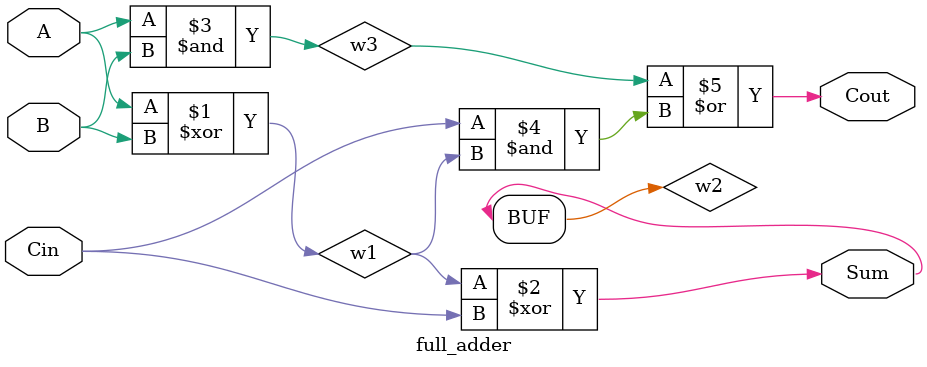
<source format=v>
module full_adder (
    input A,
    input B,
    input Cin,
    output Sum,
    output Cout
);

    wire w1, w2, w3;

    assign w1 = A ^ B;
    assign w2 = w1 ^ Cin;
    assign Sum = w2;

    assign w3 = A & B;
    assign Cout = w3 | (Cin & w1);

endmodule
</source>
